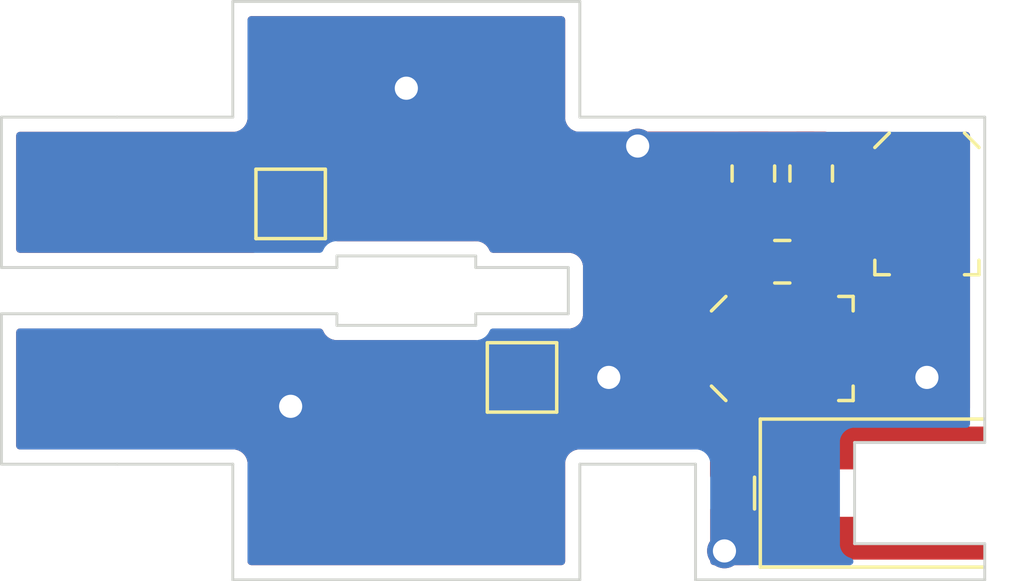
<source format=kicad_pcb>
(kicad_pcb (version 20211014) (generator pcbnew)
  (layers (0 "F.Cu" signal) (31 "B.Cu" signal) (34 "B.Paste" user) (35 "F.Paste" user) (36 "B.SilkS" user "B.Silkscreen") (37 "F.SilkS" user "F.Silkscreen") (38 "B.Mask" user) (39 "F.Mask" user) (44 "Edge.Cuts" user))
  (net 0 "")
  (net 1 "Net-(C1-Pad1)")
  (net 2 "Net-(C1-Pad2)")
  (net 3 "GND")
  (footprint "Capacitor_SMD:C_Trimmer_Sprague-Goodman_SGC3" (layer "F.Cu") (at 143 118)
    (fp_text reference "C2" hide)
    (fp_text value "C_Trim")
    (fp_line (start -2.45 1.3) (end -1.95 1.8) (layer "F.SilkS") (width 0.12))
    (fp_line (start 2.45 1.8) (end 2.45 1.3) (layer "F.SilkS") (width 0.12))
    (fp_line (start 2.45 -1.8) (end 1.95 -1.8) (layer "F.SilkS") (width 0.12))
    (fp_line (start 2.45 -1.8) (end 2.45 -1.3) (layer "F.SilkS") (width 0.12))
    (fp_line (start -2.45 -1.3) (end -1.95 -1.8) (layer "F.SilkS") (width 0.12))
    (fp_line (start 2.45 1.8) (end 1.95 1.8) (layer "F.SilkS") (width 0.12))
    (pad "1" smd rect locked (at -1.8375 0) (size 1.075 1.4) (layers "F.Cu" "F.Paste" "F.Mask") (net 1 "Net-(C1-Pad1)"))
    (pad "2" smd rect locked (at 1.8375 0) (size 1.075 1.4) (layers "F.Cu" "F.Paste" "F.Mask") (net 2 "Net-(C1-Pad2)"))
  )
  (footprint "TestPoint:TestPoint_Pad_2.0x2.0mm" (layer "F.Cu") (at 126 113)
    (fp_text reference "TP1" hide)
    (fp_text value "TestPoint")
    (fp_line (start 1.2 -1.2) (end 1.2 1.2) (layer "F.SilkS") (width 0.12))
    (fp_line (start 1.2 1.2) (end -1.2 1.2) (layer "F.SilkS") (width 0.12))
    (fp_line (start -1.2 1.2) (end -1.2 -1.2) (layer "F.SilkS") (width 0.12))
    (fp_line (start -1.2 -1.2) (end 1.2 -1.2) (layer "F.SilkS") (width 0.12))
    (pad "1" smd rect locked (at 0 0) (size 2 2) (layers "F.Cu" "F.Mask") (net 2 "Net-(C1-Pad2)"))
  )
  (footprint "Capacitor_SMD:C_Trimmer_Sprague-Goodman_SGC3" (layer "F.Cu") (at 148 113 -90)
    (fp_text reference "C5" hide)
    (fp_text value "C_Trim")
    (fp_line (start -2.45 -1.3) (end -1.95 -1.8) (layer "F.SilkS") (width 0.12))
    (fp_line (start 2.45 -1.8) (end 2.45 -1.3) (layer "F.SilkS") (width 0.12))
    (fp_line (start 2.45 1.8) (end 2.45 1.3) (layer "F.SilkS") (width 0.12))
    (fp_line (start 2.45 1.8) (end 1.95 1.8) (layer "F.SilkS") (width 0.12))
    (fp_line (start -2.45 1.3) (end -1.95 1.8) (layer "F.SilkS") (width 0.12))
    (fp_line (start 2.45 -1.8) (end 1.95 -1.8) (layer "F.SilkS") (width 0.12))
    (pad "1" smd rect locked (at -1.8375 0 270) (size 1.075 1.4) (layers "F.Cu" "F.Paste" "F.Mask") (net 3 "GND"))
    (pad "2" smd rect locked (at 1.8375 0 270) (size 1.075 1.4) (layers "F.Cu" "F.Paste" "F.Mask") (net 2 "Net-(C1-Pad2)"))
  )
  (footprint "Capacitor_SMD:C_0805_2012Metric" (layer "F.Cu") (at 144 111.95 -90)
    (fp_text reference "C3" hide)
    (fp_text value "C_Small")
    (fp_line (start -0.261252 0.735) (end 0.261252 0.735) (layer "F.SilkS") (width 0.12))
    (fp_line (start -0.261252 -0.735) (end 0.261252 -0.735) (layer "F.SilkS") (width 0.12))
    (pad "1" smd roundrect locked (at -0.95 0 270) (size 1 1.45) (layers "F.Cu" "F.Paste" "F.Mask") (net 3 "GND"))
    (pad "2" smd roundrect locked (at 0.95 0 270) (size 1 1.45) (layers "F.Cu" "F.Paste" "F.Mask") (net 2 "Net-(C1-Pad2)"))
  )
  (footprint "Capacitor_SMD:C_0805_2012Metric" (layer "F.Cu") (at 143 115)
    (fp_text reference "C1" hide)
    (fp_text value "C_Small")
    (fp_line (start -0.261252 -0.735) (end 0.261252 -0.735) (layer "F.SilkS") (width 0.12))
    (fp_line (start -0.261252 0.735) (end 0.261252 0.735) (layer "F.SilkS") (width 0.12))
    (pad "1" smd roundrect locked (at -0.95 0) (size 1 1.45) (layers "F.Cu" "F.Paste" "F.Mask") (net 1 "Net-(C1-Pad1)"))
    (pad "2" smd roundrect locked (at 0.95 0) (size 1 1.45) (layers "F.Cu" "F.Paste" "F.Mask") (net 2 "Net-(C1-Pad2)"))
  )
  (footprint "TestPoint:TestPoint_Pad_2.0x2.0mm" (layer "F.Cu") (at 134 119)
    (fp_text reference "TP2" hide)
    (fp_text value "TestPoint")
    (fp_line (start -1.2 -1.2) (end 1.2 -1.2) (layer "F.SilkS") (width 0.12))
    (fp_line (start 1.2 1.2) (end -1.2 1.2) (layer "F.SilkS") (width 0.12))
    (fp_line (start 1.2 -1.2) (end 1.2 1.2) (layer "F.SilkS") (width 0.12))
    (fp_line (start -1.2 1.2) (end -1.2 -1.2) (layer "F.SilkS") (width 0.12))
    (pad "1" smd rect locked (at 0 0) (size 2 2) (layers "F.Cu" "F.Mask") (net 3 "GND"))
  )
  (footprint "Capacitor_SMD:C_0805_2012Metric" (layer "F.Cu") (at 142 111.95 -90)
    (fp_text reference "C4" hide)
    (fp_text value "C_Small")
    (fp_line (start -0.261252 -0.735) (end 0.261252 -0.735) (layer "F.SilkS") (width 0.12))
    (fp_line (start -0.261252 0.735) (end 0.261252 0.735) (layer "F.SilkS") (width 0.12))
    (pad "1" smd roundrect locked (at -0.95 0 270) (size 1 1.45) (layers "F.Cu" "F.Paste" "F.Mask") (net 3 "GND"))
    (pad "2" smd roundrect locked (at 0.95 0 270) (size 1 1.45) (layers "F.Cu" "F.Paste" "F.Mask") (net 2 "Net-(C1-Pad2)"))
  )
  (footprint "Connector_Coaxial:MMCX_Molex_73415-0961_Horizontal_1.0mm-PCB" (layer "F.Cu") (at 146.25 123 180)
    (fp_text reference "J1" hide)
    (fp_text value "Conn_Coaxial")
    (fp_line (start -3.69 -2.56) (end 4.01 -2.56) (layer "F.SilkS") (width 0.12))
    (fp_line (start -3.69 2.56) (end 4.01 2.56) (layer "F.SilkS") (width 0.12))
    (fp_line (start 4.21 -0.55) (end 4.21 0.55) (layer "F.SilkS") (width 0.12))
    (fp_line (start 4.01 2.56) (end 4.01 -2.56) (layer "F.SilkS") (width 0.12))
    (fp_line (start 0.75 -1.75) (end -3.75 -1.75) (layer "Edge.Cuts") (width 0.1))
    (fp_line (start 0.75 1.75) (end 0.75 -1.75) (layer "Edge.Cuts") (width 0.1))
    (fp_line (start -3.75 1.75) (end 0.75 1.75) (layer "Edge.Cuts") (width 0.1))
    (pad "1" smd rect locked (at 2.7 0 180) (size 2.1 1.1) (layers "F.Cu" "F.Paste" "F.Mask") (net 1 "Net-(C1-Pad1)"))
    (pad "2" smd custom locked (at 2.25 1.56 180) (size 3 1.48) (layers "F.Cu" "F.Paste" "F.Mask") (net 3 "GND") (options (clearance outline) (anchor rect)) (primitives (gr_poly (pts (xy -1.5 0.74) (xy -6 0.74) (xy -6 0.19) (xy -1.5 0.19)) (width 0) (fill yes))))
    (pad "2" smd custom locked (at 2.25 -1.56 180) (size 3 1.48) (layers "F.Cu" "F.Paste" "F.Mask") (net 3 "GND") (options (clearance outline) (anchor rect)) (primitives (gr_poly (pts (xy -1.5 -0.19) (xy -6 -0.19) (xy -6 -0.74) (xy -1.5 -0.74)) (width 0) (fill yes))))
  )
  (gr_line (start 116 116.8) (end 116 122) (layer "Edge.Cuts") (width 0.1))
  (gr_line (start 124 126) (end 124 122) (layer "Edge.Cuts") (width 0.1))
  (gr_line (start 140 122) (end 136 122) (layer "Edge.Cuts") (width 0.1))
  (gr_line (start 150 126) (end 140 126) (layer "Edge.Cuts") (width 0.1))
  (gr_line (start 120 122) (end 116 122) (layer "Edge.Cuts") (width 0.1))
  (gr_line (start 127.6 117.2) (end 127.6 116.8) (layer "Edge.Cuts") (width 0.1))
  (gr_line (start 116 115.2) (end 116 110) (layer "Edge.Cuts") (width 0.1))
  (gr_line (start 135.6 116.8) (end 132.4 116.8) (layer "Edge.Cuts") (width 0.1))
  (gr_line (start 136 106) (end 136 110) (layer "Edge.Cuts") (width 0.1))
  (gr_line (start 124 106) (end 136 106) (layer "Edge.Cuts") (width 0.1))
  (gr_line (start 124 110) (end 120 110) (layer "Edge.Cuts") (width 0.1))
  (gr_line (start 127.6 115.2) (end 127.6 114.8) (layer "Edge.Cuts") (width 0.1))
  (gr_line (start 127.6 116.8) (end 116 116.8) (layer "Edge.Cuts") (width 0.1))
  (gr_line (start 150 110) (end 150 121.25) (layer "Edge.Cuts") (width 0.1))
  (gr_line (start 132.4 114.8) (end 132.4 115.2) (layer "Edge.Cuts") (width 0.1))
  (gr_line (start 120 110) (end 116 110) (layer "Edge.Cuts") (width 0.1))
  (gr_line (start 132.4 116.8) (end 132.4 117.2) (layer "Edge.Cuts") (width 0.1))
  (gr_line (start 140 126) (end 140 122) (layer "Edge.Cuts") (width 0.1))
  (gr_line (start 136 110) (end 150 110) (layer "Edge.Cuts") (width 0.1))
  (gr_line (start 136 126) (end 124 126) (layer "Edge.Cuts") (width 0.1))
  (gr_line (start 135.6 115.2) (end 135.6 116.8) (layer "Edge.Cuts") (width 0.1))
  (gr_line (start 124 106) (end 124 110) (layer "Edge.Cuts") (width 0.1))
  (gr_line (start 132.4 115.2) (end 135.6 115.2) (layer "Edge.Cuts") (width 0.1))
  (gr_line (start 127.6 114.8) (end 132.4 114.8) (layer "Edge.Cuts") (width 0.1))
  (gr_line (start 116 115.2) (end 127.6 115.2) (layer "Edge.Cuts") (width 0.1))
  (gr_line (start 124 122) (end 120 122) (layer "Edge.Cuts") (width 0.1))
  (gr_line (start 150 126) (end 150 124.75) (layer "Edge.Cuts") (width 0.1))
  (gr_line (start 136 122) (end 136 126) (layer "Edge.Cuts") (width 0.1))
  (gr_line (start 132.4 117.2) (end 127.6 117.2) (layer "Edge.Cuts") (width 0.1))
  (segment (start 141.1625 118) (end 141 118.1625) (width 1) (layer "F.Cu") (net 1))
  (segment (start 141 118.1625) (end 141 122.329022) (width 1) (layer "F.Cu") (net 1))
  (segment (start 142.05 117.1125) (end 141.1625 118) (width 1) (layer "F.Cu") (net 1))
  (segment (start 141 122.329022) (end 141.670978 123) (width 1) (layer "F.Cu") (net 1))
  (segment (start 142.05 115) (end 142.05 117.1125) (width 1) (layer "F.Cu") (net 1))
  (segment (start 141.670978 123) (end 143.3 123) (width 1) (layer "F.Cu") (net 1))
  (segment (start 143.95 115) (end 143.95 117.1125) (width 1) (layer "F.Cu") (net 2))
  (segment (start 143.9 113) (end 144 112.9) (width 1) (layer "F.Cu") (net 2))
  (segment (start 144 114.95) (end 143.95 115) (width 1) (layer "F.Cu") (net 2))
  (segment (start 143.95 117.1125) (end 144.8375 118) (width 1) (layer "F.Cu") (net 2))
  (segment (start 144.1125 114.8375) (end 143.95 115) (width 1) (layer "F.Cu") (net 2))
  (segment (start 144 112.9) (end 144 114.95) (width 1) (layer "F.Cu") (net 2))
  (segment (start 148 114.8375) (end 144.1125 114.8375) (width 1) (layer "F.Cu") (net 2))
  (segment (start 126 113) (end 143.9 113) (width 1) (layer "F.Cu") (net 2))
  (segment (start 146.25002 120.74998) (end 148 119) (width 1) (layer "F.Cu") (net 3))
  (segment (start 144 121.44) (end 144.69002 120.74998) (width 1) (layer "F.Cu") (net 3))
  (segment (start 148 111.1625) (end 144.1625 111.1625) (width 1) (layer "F.Cu") (net 3))
  (segment (start 144.1625 111.1625) (end 144 111) (width 1) (layer "F.Cu") (net 3))
  (segment (start 144 124.56) (end 141.44 124.56) (width 1) (layer "F.Cu") (net 3))
  (segment (start 134 119) (end 127 119) (width 1) (layer "F.Cu") (net 3))
  (segment (start 127 119) (end 126 120) (width 1) (layer "F.Cu") (net 3))
  (segment (start 142 111) (end 144 111) (width 1) (layer "F.Cu") (net 3))
  (segment (start 141.44 124.56) (end 141 125) (width 1) (layer "F.Cu") (net 3))
  (segment (start 142 111) (end 138 111) (width 1) (layer "F.Cu") (net 3))
  (segment (start 134 119) (end 137 119) (width 1) (layer "F.Cu") (net 3))
  (segment (start 144.69002 120.74998) (end 146.25002 120.74998) (width 1) (layer "F.Cu") (net 3))
  (via (at 138 111) (size 1.2) (drill 0.8) (layers "F.Cu" "B.Cu") (net 3))
  (via (at 137 119) (size 1.2) (drill 0.8) (layers "F.Cu" "B.Cu") (net 3))
  (via (at 130 109) (size 1.2) (drill 0.8) (layers "F.Cu" "B.Cu") (net 3))
  (via (at 148 119) (size 1.2) (drill 0.8) (layers "F.Cu" "B.Cu") (net 3))
  (via (at 141 125) (size 1.2) (drill 0.8) (layers "F.Cu" "B.Cu") (net 3))
  (via (at 126 120) (size 1.2) (drill 0.8) (layers "F.Cu" "B.Cu") (net 3))
  (segment (start 138 111) (end 132 111) (width 1) (layer "B.Cu") (net 3))
  (segment (start 132 111) (end 130 109) (width 1) (layer "B.Cu") (net 3))
  (zone (net 3) (net_name "GND") (layers F&B.Cu) (connect_pads (clearance 0.508)) (min_thickness 0.254) (fill yes (thermal_gap 0.508) (thermal_bridge_width 0.508))
    (polygon (pts (xy 150 126) (xy 116 126) (xy 116 106) (xy 150 106)))
  )
)
</source>
